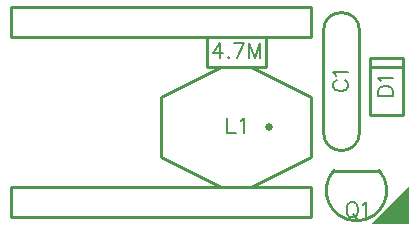
<source format=gbr>
G04 DipTrace 2.4.0.2*
%INTopSilk.gbr*%
%MOIN*%
%ADD10C,0.0098*%
%ADD14C,0.025*%
%ADD57C,0.0077*%
%FSLAX44Y44*%
G04*
G70*
G90*
G75*
G01*
%LNTopSilk*%
%LPD*%
X14590Y10392D2*
D10*
Y6988D1*
X15790Y10392D2*
Y6988D1*
X14590D2*
G03X15790Y6988I600J2D01*
G01*
Y10392D2*
G03X14590Y10392I-600J-2D01*
G01*
X16139Y9461D2*
X17241D1*
Y9441D2*
Y7589D1*
X16139Y9162D2*
X17241D1*
X16139Y7589D2*
X17241D1*
X16139Y9441D2*
Y7589D1*
X4190Y11190D2*
Y10190D1*
X14190Y11190D2*
X4190D1*
X14190D2*
Y10190D1*
X13440D1*
X4190D1*
X14190Y4190D2*
Y5190D1*
X4190Y4190D2*
X14190D1*
X4190D2*
Y5190D1*
X4940D1*
X14190D1*
D14*
X12790Y7190D3*
X14165D2*
D10*
Y6190D1*
X12165Y5190D1*
X11165D1*
X9165Y6190D1*
Y8190D1*
X11165Y9190D1*
X12165D1*
X14165Y8190D1*
Y7190D1*
X16446Y5721D2*
G02X14934Y5721I-756J-666D01*
G01*
X16446D1*
X12688Y9190D2*
X10692D1*
Y10190D2*
Y9190D1*
X12688Y10190D2*
X10692D1*
X12688D2*
Y9190D1*
G36*
X16190Y3940D2*
X17440Y5190D1*
Y3940D1*
X16190D1*
G37*
X15028Y8732D2*
D57*
X14981Y8708D1*
X14932Y8660D1*
X14909Y8613D1*
Y8517D1*
X14932Y8469D1*
X14981Y8422D1*
X15028Y8397D1*
X15100Y8373D1*
X15220D1*
X15291Y8397D1*
X15339Y8422D1*
X15387Y8469D1*
X15411Y8517D1*
Y8613D1*
X15387Y8660D1*
X15339Y8708D1*
X15291Y8732D1*
X15005Y8887D2*
X14981Y8935D1*
X14909Y9007D1*
X15411D1*
X16409Y8210D2*
X16911D1*
Y8378D1*
X16887Y8449D1*
X16839Y8498D1*
X16791Y8521D1*
X16720Y8545D1*
X16600D1*
X16528Y8521D1*
X16481Y8498D1*
X16432Y8449D1*
X16409Y8378D1*
Y8210D1*
X16505Y8699D2*
X16481Y8748D1*
X16409Y8819D1*
X16911D1*
X11384Y7471D2*
Y6969D1*
X11671D1*
X11826Y7375D2*
X11874Y7399D1*
X11946Y7471D1*
Y6969D1*
X15505Y4666D2*
X15457Y4643D1*
X15409Y4595D1*
X15386Y4547D1*
X15361Y4475D1*
Y4356D1*
X15386Y4284D1*
X15409Y4236D1*
X15457Y4188D1*
X15505Y4164D1*
X15601D1*
X15649Y4188D1*
X15696Y4236D1*
X15720Y4284D1*
X15744Y4356D1*
Y4475D1*
X15720Y4547D1*
X15696Y4595D1*
X15649Y4643D1*
X15601Y4666D1*
X15505D1*
X15577Y4260D2*
X15720Y4116D1*
X15899Y4570D2*
X15947Y4594D1*
X16019Y4666D1*
Y4164D1*
X11136Y9469D2*
Y9971D1*
X10896Y9636D1*
X11255D1*
X11433Y9517D2*
X11409Y9493D1*
X11433Y9469D1*
X11457Y9493D1*
X11433Y9517D1*
X11708Y9469D2*
X11947Y9971D1*
X11612D1*
X12484Y9469D2*
Y9971D1*
X12292Y9469D1*
X12101Y9971D1*
Y9469D1*
M02*

</source>
